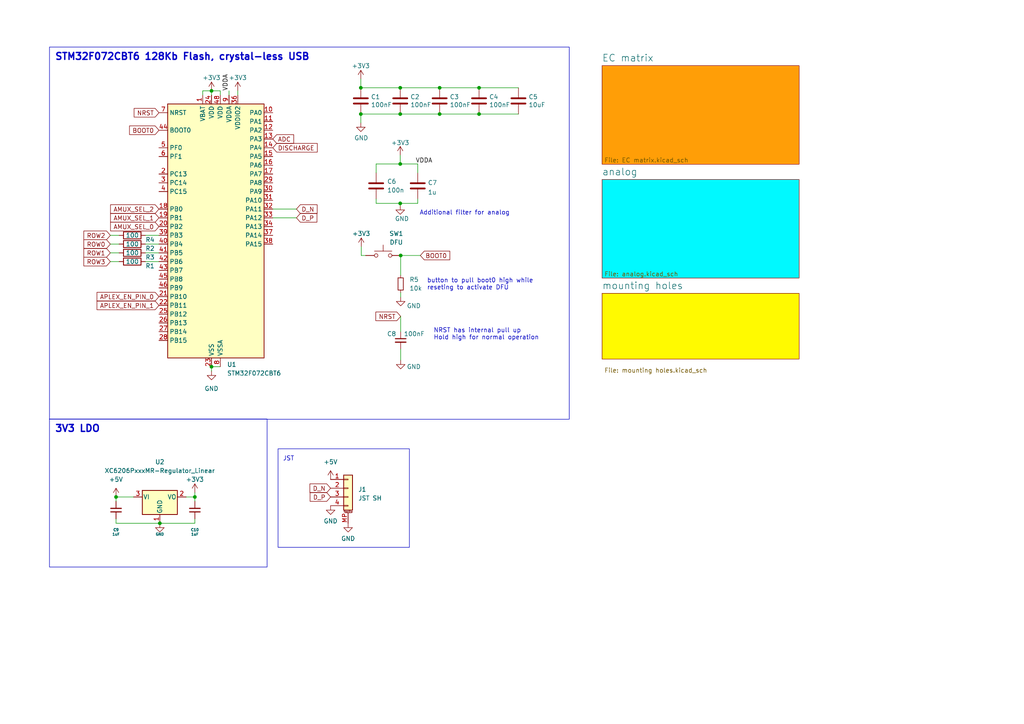
<source format=kicad_sch>
(kicad_sch (version 20230121) (generator eeschema)
  (paper "A4")
  (lib_symbols
    (symbol "Connector_Generic_MountingPin:Conn_01x04_MountingPin" (pin_names (offset 1.016) hide)
      (property "Reference" "J" (at 0 5.08 0))
      (property "Value" "Conn_01x04_MountingPin" (at 1.27 -7.62 0))
      (symbol "Conn_01x04_MountingPin_1_1"
        (rectangle (start -1.27 -4.953) (end 0 -5.207) (stroke (width 0.1524)))
        (rectangle (start -1.27 -2.413) (end 0 -2.667) (stroke (width 0.1524)))
        (rectangle (start -1.27 0.127) (end 0 -0.127) (stroke (width 0.1524)))
        (rectangle (start -1.27 2.667) (end 0 2.413) (stroke (width 0.1524)))
        (rectangle (start -1.27 3.81) (end 1.27 -6.35) (stroke (width 0.254)) (fill (type background)))
        (polyline (pts (xy -1.016 -7.112) (xy 1.016 -7.112)) (stroke (width 0.1524)))
        (text "Mounting" (at 0 -6.731 0) (effects (font (size 0.381 0.381))))
        (pin passive line (at -5.08 2.54 0) (length 3.81) (name "Pin_1") (number "1"))
        (pin passive line (at -5.08 0 0) (length 3.81) (name "Pin_2") (number "2"))
        (pin passive line (at -5.08 -2.54 0) (length 3.81) (name "Pin_3") (number "3"))
        (pin passive line (at -5.08 -5.08 0) (length 3.81) (name "Pin_4") (number "4"))
        (pin passive line (at 0 -10.16 90) (length 3.048) (name "MountPin") (number "MP"))
      )
    )
    (symbol "Device:C" (pin_numbers hide) (pin_names (offset 0.254))
      (property "Reference" "C" (at 0.635 2.54 0))
      (property "Value" "C" (at 0.635 -2.54 0))
      (symbol "C_0_1"
        (polyline (pts (xy -2.032 -0.762) (xy 2.032 -0.762)) (stroke (width 0.508)))
        (polyline (pts (xy -2.032 0.762) (xy 2.032 0.762)) (stroke (width 0.508)))
      )
      (symbol "C_1_1"
        (pin passive line (at 0 3.81 270) (length 2.794) (name "~") (number "1"))
        (pin passive line (at 0 -3.81 90) (length 2.794) (name "~") (number "2"))
      )
    )
    (symbol "Device:C_Small" (pin_numbers hide) (pin_names (offset 0.254) hide)
      (property "Reference" "C" (at 0.254 1.778 0))
      (property "Value" "C_Small" (at 0.254 -2.032 0))
      (symbol "C_Small_0_1"
        (polyline (pts (xy -1.524 -0.508) (xy 1.524 -0.508)) (stroke (width 0.3302)))
        (polyline (pts (xy -1.524 0.508) (xy 1.524 0.508)) (stroke (width 0.3048)))
      )
      (symbol "C_Small_1_1"
        (pin passive line (at 0 2.54 270) (length 2.032) (name "~") (number "1"))
        (pin passive line (at 0 -2.54 90) (length 2.032) (name "~") (number "2"))
      )
    )
    (symbol "Device:R" (pin_numbers hide) (pin_names (offset 0))
      (property "Reference" "R" (at 2.032 0 90))
      (property "Value" "R" (at 0 0 90))
      (symbol "R_0_1"
        (rectangle (start -1.016 -2.54) (end 1.016 2.54) (stroke (width 0.254)))
      )
      (symbol "R_1_1"
        (pin passive line (at 0 3.81 270) (length 1.27) (name "~") (number "1"))
        (pin passive line (at 0 -3.81 90) (length 1.27) (name "~") (number "2"))
      )
    )
    (symbol "Device:R_Small" (pin_numbers hide) (pin_names (offset 0.254) hide)
      (property "Reference" "R" (at 0.762 0.508 0))
      (property "Value" "R_Small" (at 0.762 -1.016 0))
      (symbol "R_Small_0_1"
        (rectangle (start -0.762 1.778) (end 0.762 -1.778) (stroke (width 0.2032)))
      )
      (symbol "R_Small_1_1"
        (pin passive line (at 0 2.54 270) (length 0.762) (name "~") (number "1"))
        (pin passive line (at 0 -2.54 90) (length 0.762) (name "~") (number "2"))
      )
    )
    (symbol "MCU_ST_STM32F0:STM32F072CBTx"
      (property "Reference" "U" (at -12.7 39.37 0))
      (property "Value" "STM32F072CBTx" (at 10.16 39.37 0))
      (symbol "STM32F072CBTx_0_1"
        (rectangle (start -12.7 -35.56) (end 15.24 38.1) (stroke (width 0.254)) (fill (type background)))
      )
      (symbol "STM32F072CBTx_1_1"
        (pin power_in line (at -2.54 40.64 270) (length 2.54) (name "VBAT") (number "1"))
        (pin bidirectional line (at 17.78 35.56 180) (length 2.54) (name "PA0") (number "10"))
        (pin bidirectional line (at 17.78 33.02 180) (length 2.54) (name "PA1") (number "11"))
        (pin bidirectional line (at 17.78 30.48 180) (length 2.54) (name "PA2") (number "12"))
        (pin bidirectional line (at 17.78 27.94 180) (length 2.54) (name "PA3") (number "13"))
        (pin bidirectional line (at 17.78 25.4 180) (length 2.54) (name "PA4") (number "14"))
        (pin bidirectional line (at 17.78 22.86 180) (length 2.54) (name "PA5") (number "15"))
        (pin bidirectional line (at 17.78 20.32 180) (length 2.54) (name "PA6") (number "16"))
        (pin bidirectional line (at 17.78 17.78 180) (length 2.54) (name "PA7") (number "17"))
        (pin bidirectional line (at -15.24 7.62 0) (length 2.54) (name "PB0") (number "18"))
        (pin bidirectional line (at -15.24 5.08 0) (length 2.54) (name "PB1") (number "19"))
        (pin bidirectional line (at -15.24 17.78 0) (length 2.54) (name "PC13") (number "2"))
        (pin bidirectional line (at -15.24 2.54 0) (length 2.54) (name "PB2") (number "20"))
        (pin bidirectional line (at -15.24 -17.78 0) (length 2.54) (name "PB10") (number "21"))
        (pin bidirectional line (at -15.24 -20.32 0) (length 2.54) (name "PB11") (number "22"))
        (pin power_in line (at 0 -38.1 90) (length 2.54) (name "VSS") (number "23"))
        (pin power_in line (at 0 40.64 270) (length 2.54) (name "VDD") (number "24"))
        (pin bidirectional line (at -15.24 -22.86 0) (length 2.54) (name "PB12") (number "25"))
        (pin bidirectional line (at -15.24 -25.4 0) (length 2.54) (name "PB13") (number "26"))
        (pin bidirectional line (at -15.24 -27.94 0) (length 2.54) (name "PB14") (number "27"))
        (pin bidirectional line (at -15.24 -30.48 0) (length 2.54) (name "PB15") (number "28"))
        (pin bidirectional line (at 17.78 15.24 180) (length 2.54) (name "PA8") (number "29"))
        (pin bidirectional line (at -15.24 15.24 0) (length 2.54) (name "PC14") (number "3"))
        (pin bidirectional line (at 17.78 12.7 180) (length 2.54) (name "PA9") (number "30"))
        (pin bidirectional line (at 17.78 10.16 180) (length 2.54) (name "PA10") (number "31"))
        (pin bidirectional line (at 17.78 7.62 180) (length 2.54) (name "PA11") (number "32"))
        (pin bidirectional line (at 17.78 5.08 180) (length 2.54) (name "PA12") (number "33"))
        (pin bidirectional line (at 17.78 2.54 180) (length 2.54) (name "PA13") (number "34"))
        (pin passive line (at 0 -38.1 90) (length 2.54) hide (name "VSS") (number "35"))
        (pin power_in line (at 7.62 40.64 270) (length 2.54) (name "VDDIO2") (number "36"))
        (pin bidirectional line (at 17.78 0 180) (length 2.54) (name "PA14") (number "37"))
        (pin bidirectional line (at 17.78 -2.54 180) (length 2.54) (name "PA15") (number "38"))
        (pin bidirectional line (at -15.24 0 0) (length 2.54) (name "PB3") (number "39"))
        (pin bidirectional line (at -15.24 12.7 0) (length 2.54) (name "PC15") (number "4"))
        (pin bidirectional line (at -15.24 -2.54 0) (length 2.54) (name "PB4") (number "40"))
        (pin bidirectional line (at -15.24 -5.08 0) (length 2.54) (name "PB5") (number "41"))
        (pin bidirectional line (at -15.24 -7.62 0) (length 2.54) (name "PB6") (number "42"))
        (pin bidirectional line (at -15.24 -10.16 0) (length 2.54) (name "PB7") (number "43"))
        (pin input line (at -15.24 30.48 0) (length 2.54) (name "BOOT0") (number "44"))
        (pin bidirectional line (at -15.24 -12.7 0) (length 2.54) (name "PB8") (number "45"))
        (pin bidirectional line (at -15.24 -15.24 0) (length 2.54) (name "PB9") (number "46"))
        (pin passive line (at 0 -38.1 90) (length 2.54) hide (name "VSS") (number "47"))
        (pin power_in line (at 2.54 40.64 270) (length 2.54) (name "VDD") (number "48"))
        (pin bidirectional line (at -15.24 25.4 0) (length 2.54) (name "PF0") (number "5"))
        (pin bidirectional line (at -15.24 22.86 0) (length 2.54) (name "PF1") (number "6"))
        (pin input line (at -15.24 35.56 0) (length 2.54) (name "NRST") (number "7"))
        (pin power_in line (at 2.54 -38.1 90) (length 2.54) (name "VSSA") (number "8"))
        (pin power_in line (at 5.08 40.64 270) (length 2.54) (name "VDDA") (number "9"))
      )
    )
    (symbol "Switch:SW_Push" (pin_numbers hide) (pin_names (offset 1.016) hide)
      (property "Reference" "SW" (at 1.27 2.54 0))
      (property "Value" "SW_Push" (at 0 -1.524 0))
      (symbol "SW_Push_0_1"
        (circle (center -2.032 0) (radius 0.508))
        (polyline (pts (xy 0 1.27) (xy 0 3.048)))
        (polyline (pts (xy 2.54 1.27) (xy -2.54 1.27)))
        (circle (center 2.032 0) (radius 0.508))
        (pin passive line (at -5.08 0 0) (length 2.54) (name "1") (number "1"))
        (pin passive line (at 5.08 0 180) (length 2.54) (name "2") (number "2"))
      )
    )
    (symbol "kicad-keyboard-parts:XC6206PxxxMR-Regulator_Linear" (pin_names (offset 0.254))
      (property "Reference" "U" (at -3.81 3.175 0))
      (property "Value" "XC6206PxxxMR-Regulator_Linear" (at 0 3.175 0))
      (property "LCSC" "C5446" (at 0 0 0))
      (symbol "XC6206PxxxMR-Regulator_Linear_0_1"
        (rectangle (start -5.08 1.905) (end 5.08 -5.08) (stroke (width 0.254)) (fill (type background)))
      )
      (symbol "XC6206PxxxMR-Regulator_Linear_1_1"
        (pin power_in line (at 0 -7.62 90) (length 2.54) (name "GND") (number "1"))
        (pin power_out line (at 7.62 0 180) (length 2.54) (name "VO") (number "2"))
        (pin power_in line (at -7.62 0 0) (length 2.54) (name "VI") (number "3"))
      )
    )
    (symbol "power:+3.3V" (power) (pin_names (offset 0))
      (property "Value" "+3.3V" (at 0 3.556 0))
      (symbol "+3.3V_0_1"
        (polyline (pts (xy -0.762 1.27) (xy 0 2.54)))
        (polyline (pts (xy 0 0) (xy 0 2.54)))
        (polyline (pts (xy 0 2.54) (xy 0.762 1.27)))
      )
      (symbol "+3.3V_1_1"
        (pin power_in line (at 0 0 90) (length 0) hide (name "+3V3") (number "1"))
      )
    )
    (symbol "power:+3V3" (power) (pin_names (offset 0))
      (property "Value" "+3V3" (at 0 3.556 0))
      (symbol "+3V3_0_1"
        (polyline (pts (xy -0.762 1.27) (xy 0 2.54)))
        (polyline (pts (xy 0 0) (xy 0 2.54)))
        (polyline (pts (xy 0 2.54) (xy 0.762 1.27)))
      )
      (symbol "+3V3_1_1"
        (pin power_in line (at 0 0 90) (length 0) hide (name "+3V3") (number "1"))
      )
    )
    (symbol "power:+5V" (power) (pin_names (offset 0))
      (property "Value" "+5V" (at 0 3.556 0))
      (symbol "+5V_0_1"
        (polyline (pts (xy -0.762 1.27) (xy 0 2.54)))
        (polyline (pts (xy 0 0) (xy 0 2.54)))
        (polyline (pts (xy 0 2.54) (xy 0.762 1.27)))
      )
      (symbol "+5V_1_1"
        (pin power_in line (at 0 0 90) (length 0) hide (name "+5V") (number "1"))
      )
    )
    (symbol "power:GND" (power) (pin_names (offset 0))
      (property "Value" "GND" (at 0 -3.81 0))
      (symbol "GND_0_1"
        (polyline (pts (xy 0 0) (xy 0 -1.27) (xy 1.27 -1.27) (xy 0 -2.54) (xy -1.27 -1.27) (xy 0 -1.27)))
      )
      (symbol "GND_1_1"
        (pin power_in line (at 0 0 270) (length 0) hide (name "GND") (number "1"))
      )
    )
  )
  (junction (at 61.3462 26.3489))
  (junction (at 116.2102 74.1009))
  (junction (at 61.3462 106.3589))
  (junction (at 116.0832 25.4599))
  (junction (at 104.6532 33.0799))
  (junction (at 127.5132 33.0799))
  (junction (at 138.9432 33.0799))
  (junction (at 138.9432 25.4599))
  (junction (at 56.515 144.145))
  (junction (at 104.6532 25.4599))
  (junction (at 33.655 144.145) (diameter 0.9144))
  (junction (at 116.0832 47.5579))
  (junction (at 46.355 151.765) (diameter 0.9144))
  (junction (at 127.5132 25.4599))
  (junction (at 116.0832 33.0799))
  (junction (at 116.0832 58.9879))
  (wire (pts (xy 46.355 151.765) (xy 56.515 151.765)))
  (wire (pts (xy 109.0982 47.5579) (xy 116.0832 47.5579)))
  (wire (pts (xy 116.2102 74.1009) (xy 116.2102 79.8159)))
  (wire (pts (xy 61.3462 106.3589) (xy 63.8862 106.3589)))
  (wire (pts (xy 116.2102 91.7539) (xy 116.2102 96.1989)))
  (wire (pts (xy 116.0832 33.0799) (xy 127.5132 33.0799)))
  (wire (pts (xy 66.4262 26.3489) (xy 66.4262 27.6189)))
  (wire (pts (xy 116.0832 58.9879) (xy 121.1632 58.9879)))
  (wire (pts (xy 34.5492 75.8789) (xy 32.0092 75.8789)))
  (wire (pts (xy 46.1062 75.8789) (xy 42.1692 75.8789)))
  (wire (pts (xy 56.515 150.495) (xy 56.515 151.765)))
  (wire (pts (xy 85.9842 60.6389) (xy 79.1262 60.6389)))
  (wire (pts (xy 33.655 144.145) (xy 38.735 144.145)))
  (wire (pts (xy 46.1062 70.7989) (xy 42.1692 70.7989)))
  (wire (pts (xy 61.3462 26.3489) (xy 63.8862 26.3489)))
  (wire (pts (xy 104.6532 22.9199) (xy 104.6532 25.4599)))
  (wire (pts (xy 34.5492 70.7989) (xy 32.0092 70.7989)))
  (wire (pts (xy 61.3462 107.6289) (xy 61.3462 106.3589)))
  (wire (pts (xy 116.0832 58.9879) (xy 116.0832 59.6229)))
  (wire (pts (xy 33.655 150.495) (xy 33.655 151.765)))
  (wire (pts (xy 46.1062 68.2589) (xy 42.1692 68.2589)))
  (wire (pts (xy 104.6532 35.6199) (xy 104.6532 33.0799)))
  (wire (pts (xy 138.9432 33.0799) (xy 150.3732 33.0799)))
  (wire (pts (xy 116.0832 47.5579) (xy 121.1632 47.5579)))
  (wire (pts (xy 116.2102 74.1009) (xy 121.9252 74.1009)))
  (wire (pts (xy 34.5492 68.2589) (xy 32.0092 68.2589)))
  (wire (pts (xy 127.5132 33.0799) (xy 138.9432 33.0799)))
  (wire (pts (xy 56.515 142.875) (xy 56.515 144.145)))
  (wire (pts (xy 104.7802 74.1009) (xy 104.7802 71.5609)))
  (wire (pts (xy 46.1062 73.3389) (xy 42.1692 73.3389)))
  (wire (pts (xy 116.2102 104.4539) (xy 116.2102 101.2789)))
  (wire (pts (xy 116.0832 25.4599) (xy 127.5132 25.4599)))
  (wire (pts (xy 58.8062 26.3489) (xy 61.3462 26.3489)))
  (wire (pts (xy 109.0982 50.0979) (xy 109.0982 47.5579)))
  (wire (pts (xy 56.515 144.145) (xy 56.515 145.415)))
  (wire (pts (xy 58.8062 26.3489) (xy 58.8062 27.6189)))
  (wire (pts (xy 127.5132 25.4599) (xy 138.9432 25.4599)))
  (wire (pts (xy 53.975 144.145) (xy 56.515 144.145)))
  (wire (pts (xy 121.1632 47.5579) (xy 121.1632 50.0979)))
  (wire (pts (xy 46.355 151.765) (xy 33.655 151.765)))
  (wire (pts (xy 109.0982 57.7179) (xy 109.0982 58.9879)))
  (wire (pts (xy 138.9432 25.4599) (xy 150.3732 25.4599)))
  (wire (pts (xy 63.8862 26.3489) (xy 63.8862 27.6189)))
  (wire (pts (xy 106.0502 74.1009) (xy 104.7802 74.1009)))
  (wire (pts (xy 116.0832 25.4599) (xy 104.6532 25.4599)))
  (wire (pts (xy 121.1632 57.7179) (xy 121.1632 58.9879)))
  (wire (pts (xy 61.3462 26.3489) (xy 61.3462 27.6189)))
  (wire (pts (xy 85.9842 63.1789) (xy 79.1262 63.1789)))
  (wire (pts (xy 33.655 144.145) (xy 33.655 145.415)))
  (wire (pts (xy 109.0982 58.9879) (xy 116.0832 58.9879)))
  (wire (pts (xy 116.2102 84.8959) (xy 116.2102 86.1659)))
  (wire (pts (xy 116.0832 33.0799) (xy 104.6532 33.0799)))
  (wire (pts (xy 116.0832 45.0179) (xy 116.0832 47.5579)))
  (wire (pts (xy 68.9662 26.3489) (xy 68.9662 27.6189)))
  (wire (pts (xy 34.5492 73.3389) (xy 32.0092 73.3389)))
  (rectangle (start 80.645 130.175) (end 118.745 158.75))
  (text_box "3V3 LDO" (at 14.351 121.539 0) (size 63.119 42.926) (effects (font (size 2 2) (thickness 0.4) bold) (justify left top)))
  (text_box "STM32F072CBT6 128Kb Flash, crystal-less USB" (at 14.3562 13.6489 0) (size 150.749 107.95) (effects (font (size 2 2) (thickness 0.4) bold) (justify left top)))
  (text "NRST has internal pull up\nHold high for normal operation" (at 125.7352 98.7389 0) (effects (font (size 1.27 1.27)) (justify left bottom)))
  (text "button to pull boot0 high while \nreseting to activate DFU" (at 123.8302 84.2609 0) (effects (font (size 1.27 1.27)) (justify left bottom)))
  (text "JST" (at 82.042 133.858 0) (effects (font (size 1.27 1.27)) (justify left bottom)))
  (text "Additional filter for analog" (at 121.6712 62.5439 0) (effects (font (size 1.27 1.27)) (justify left bottom)))
  (label "VDDA" (at 120.5282 47.5579 0))
  (label "VDDA" (at 66.4262 26.3489 90))
  (global_label "ROW3" (shape input) (at 32.0092 75.8789 180) (property "Intersheetrefs" "${INTERSHEET_REFS}" (effects hide)))
  (global_label "APLEX_EN_PIN_0" (shape input) (at 46.1062 86.0389 180) (property "Intersheetrefs" "${INTERSHEET_REFS}" (effects hide)))
  (global_label "AMUX_SEL_0" (shape input) (at 46.1062 65.7189 180) (property "Intersheetrefs" "${INTERSHEET_REFS}" (effects hide)))
  (global_label "AMUX_SEL_1" (shape input) (at 46.1062 63.1789 180) (property "Intersheetrefs" "${INTERSHEET_REFS}" (effects hide)))
  (global_label "NRST" (shape input) (at 116.2102 91.7539 180) (property "Intersheetrefs" "${INTERSHEET_REFS}" (effects hide)))
  (global_label "AMUX_SEL_2" (shape input) (at 46.1062 60.6389 180) (property "Intersheetrefs" "${INTERSHEET_REFS}" (effects hide)))
  (global_label "D_N" (shape input) (at 95.885 141.605 180) (property "Intersheetrefs" "${INTERSHEET_REFS}" (effects hide)))
  (global_label "NRST" (shape input) (at 46.1062 32.6989 180) (property "Intersheetrefs" "${INTERSHEET_REFS}" (effects hide)))
  (global_label "ADC" (shape input) (at 79.1262 40.3189 0) (property "Intersheetrefs" "${INTERSHEET_REFS}" (effects hide)))
  (global_label "D_N" (shape input) (at 85.9842 60.6389 0) (property "Intersheetrefs" "${INTERSHEET_REFS}" (effects hide)))
  (global_label "BOOT0" (shape input) (at 46.1062 37.7789 180) (property "Intersheetrefs" "${INTERSHEET_REFS}" (effects hide)))
  (global_label "APLEX_EN_PIN_1" (shape input) (at 46.1062 88.5789 180) (property "Intersheetrefs" "${INTERSHEET_REFS}" (effects hide)))
  (global_label "ROW2" (shape input) (at 32.0092 68.2589 180) (property "Intersheetrefs" "${INTERSHEET_REFS}" (effects hide)))
  (global_label "ROW0" (shape input) (at 32.0092 70.7989 180) (property "Intersheetrefs" "${INTERSHEET_REFS}" (effects hide)))
  (global_label "D_P" (shape input) (at 85.9842 63.1789 0) (property "Intersheetrefs" "${INTERSHEET_REFS}" (effects hide)))
  (global_label "ROW1" (shape input) (at 32.0092 73.3389 180) (property "Intersheetrefs" "${INTERSHEET_REFS}" (effects hide)))
  (global_label "BOOT0" (shape input) (at 121.9252 74.1009 0) (property "Intersheetrefs" "${INTERSHEET_REFS}" (effects hide)))
  (global_label "DISCHARGE" (shape input) (at 79.1262 42.8589 0) (property "Intersheetrefs" "${INTERSHEET_REFS}" (effects hide)))
  (global_label "D_P" (shape input) (at 95.885 144.145 180) (property "Intersheetrefs" "${INTERSHEET_REFS}" (effects hide)))
  (symbol (lib_id "Device:R") (at 38.3592 70.7989 270) (mirror x) (unit 1)
    (property "Reference" "R2" (at 42.1692 72.0689 90) (effects (justify left)))
    (property "Value" "100" (at 36.4542 70.7989 90) (effects (justify left)))
    (property "Footprint" "Resistor_SMD:R_0402_1005Metric" (effects hide))
    (property "LCSC" "C25076" (effects hide))
  )
  (symbol (lib_id "Device:R") (at 38.3592 75.8789 270) (mirror x) (unit 1)
    (property "Reference" "R1" (at 42.1692 77.1489 90) (effects (justify left)))
    (property "Value" "100" (at 36.4542 75.8789 90) (effects (justify left)))
    (property "Footprint" "Resistor_SMD:R_0402_1005Metric" (effects hide))
    (property "LCSC" "C25076" (effects hide))
  )
  (symbol (lib_id "power:GND") (at 104.6532 35.6199 0) (unit 1)
    (property "Reference" "#PWR08" (effects hide))
    (property "Value" "GND" (at 104.7802 40.0141 0))
  )
  (symbol (lib_id "Device:R_Small") (at 116.2102 82.3559 0) (unit 1)
    (property "Reference" "R5" (at 118.7502 81.0858 0) (effects (justify left)))
    (property "Value" "10k" (at 118.7502 83.6258 0) (effects (justify left)))
    (property "Footprint" "Resistor_SMD:R_0402_1005Metric" (effects hide))
  )
  (symbol (lib_id "power:+3V3") (at 104.6532 22.9199 0) (unit 1)
    (property "Reference" "#PWR05" (effects hide))
    (property "Value" "+3V3" (at 104.6532 19.1099 0))
  )
  (symbol (lib_id "Device:C") (at 150.3732 29.2699 0) (unit 1)
    (property "Reference" "C5" (at 153.2942 28.1015 0) (effects (justify left)))
    (property "Value" "10uF" (at 153.2942 30.4129 0) (effects (justify left)))
    (property "Footprint" "Capacitor_SMD:C_0603_1608Metric" (effects hide))
  )
  (symbol (lib_id "Device:R") (at 38.3592 68.2589 270) (mirror x) (unit 1)
    (property "Reference" "R4" (at 42.1692 69.5289 90) (effects (justify left)))
    (property "Value" "100" (at 36.4542 68.2589 90) (effects (justify left)))
    (property "Footprint" "Resistor_SMD:R_0402_1005Metric" (effects hide))
    (property "LCSC" "C25076" (effects hide))
  )
  (symbol (lib_id "kicad-keyboard-parts:XC6206PxxxMR-Regulator_Linear") (at 46.355 144.145 0) (unit 1)
    (property "Reference" "U2" (at 46.355 133.985 0))
    (property "Value" "XC6206PxxxMR-Regulator_Linear" (at 46.355 136.525 0))
    (property "Footprint" "Package_TO_SOT_SMD:SOT-23" (effects hide))
    (property "Datasheet" "https://www.torexsemi.com/file/xc6206/XC6206.pdf" (effects hide))
    (property "LCSC" "C5446" (effects hide))
  )
  (symbol (lib_id "power:+3V3") (at 104.7802 71.5609 0) (mirror y) (unit 1)
    (property "Reference" "#PWR011" (effects hide))
    (property "Value" "+3V3" (at 104.7802 67.7509 0))
  )
  (symbol (lib_id "Device:C") (at 138.9432 29.2699 0) (unit 1)
    (property "Reference" "C4" (at 141.8642 28.1015 0) (effects (justify left)))
    (property "Value" "100nF" (at 141.8642 30.4129 0) (effects (justify left)))
    (property "Footprint" "Capacitor_SMD:C_0402_1005Metric" (effects hide))
    (property "LCSC" "C307331" (effects hide))
  )
  (symbol (lib_id "power:+5V") (at 95.885 139.065 0) (unit 1)
    (property "Reference" "#PWR029" (effects hide))
    (property "Value" "+5V" (at 95.885 133.985 0))
  )
  (symbol (lib_id "power:GND") (at 61.3462 107.6289 0) (unit 1)
    (property "Reference" "#PWR014" (effects hide))
    (property "Value" "GND" (at 61.3462 112.7089 0))
  )
  (symbol (lib_id "Device:C") (at 127.5132 29.2699 0) (unit 1)
    (property "Reference" "C3" (at 130.4342 28.1015 0) (effects (justify left)))
    (property "Value" "100nF" (at 130.4342 30.4129 0) (effects (justify left)))
    (property "Footprint" "Capacitor_SMD:C_0402_1005Metric" (effects hide))
    (property "LCSC" "C307331" (effects hide))
  )
  (symbol (lib_id "Device:R") (at 38.3592 73.3389 270) (unit 1)
    (property "Reference" "R3" (at 42.1692 74.6089 90) (effects (justify left)))
    (property "Value" "100" (at 36.4542 73.3389 90) (effects (justify left)))
    (property "Footprint" "Resistor_SMD:R_0402_1005Metric" (effects hide))
    (property "LCSC" "C25076" (effects hide))
  )
  (symbol (lib_id "Device:C") (at 104.6532 29.2699 0) (unit 1)
    (property "Reference" "C1" (at 107.5742 28.1015 0) (effects (justify left)))
    (property "Value" "100nF" (at 107.5742 30.4129 0) (effects (justify left)))
    (property "Footprint" "Capacitor_SMD:C_0402_1005Metric" (effects hide))
    (property "LCSC" "C307331" (effects hide))
  )
  (symbol (lib_id "power:GND") (at 100.965 151.765 0) (unit 1)
    (property "Reference" "#PWR031" (effects hide))
    (property "Value" "GND" (at 100.965 156.2084 0))
  )
  (symbol (lib_id "power:GND") (at 46.355 151.765 0) (unit 1)
    (property "Reference" "#PWR017" (effects hide))
    (property "Value" "GND" (at 46.355 154.94 0) (effects (font (size 0.762 0.762))))
  )
  (symbol (lib_id "power:+3V3") (at 61.3462 26.3489 0) (unit 1)
    (property "Reference" "#PWR06" (effects hide))
    (property "Value" "+3V3" (at 61.3462 22.5389 0))
  )
  (symbol (lib_id "power:+3.3V") (at 116.0832 45.0179 0) (unit 1)
    (property "Reference" "#PWR09" (effects hide))
    (property "Value" "+3.3V" (at 116.0832 41.4134 0))
  )
  (symbol (lib_id "power:+3V3") (at 56.515 142.875 0) (unit 1)
    (property "Reference" "#PWR015" (effects hide))
    (property "Value" "+3V3" (at 56.515 139.065 0))
  )
  (symbol (lib_id "power:GND") (at 116.2102 104.4539 0) (mirror y) (unit 1)
    (property "Reference" "#PWR013" (effects hide))
    (property "Value" "GND" (at 120.0202 106.3589 0))
  )
  (symbol (lib_id "Device:C") (at 121.1632 53.9079 0) (unit 1)
    (property "Reference" "C7" (at 124.0842 52.9994 0) (effects (justify left)))
    (property "Value" "1u" (at 124.0842 55.7745 0) (effects (justify left)))
    (property "Footprint" "Capacitor_SMD:C_0402_1005Metric" (effects hide))
  )
  (symbol (lib_id "Device:C") (at 116.0832 29.2699 0) (unit 1)
    (property "Reference" "C2" (at 119.0042 28.1015 0) (effects (justify left)))
    (property "Value" "100nF" (at 119.0042 30.4129 0) (effects (justify left)))
    (property "Footprint" "Capacitor_SMD:C_0402_1005Metric" (effects hide))
    (property "LCSC" "C307331" (effects hide))
  )
  (symbol (lib_id "power:+3V3") (at 68.9662 26.3489 0) (unit 1)
    (property "Reference" "#PWR07" (effects hide))
    (property "Value" "+3V3" (at 68.9662 22.5389 0))
  )
  (symbol (lib_id "power:GND") (at 116.2102 86.1659 0) (unit 1)
    (property "Reference" "#PWR012" (effects hide))
    (property "Value" "GND" (at 120.0202 88.7059 0))
  )
  (symbol (lib_id "Device:C_Small") (at 56.515 147.955 180) (unit 1)
    (property "Reference" "C10" (at 56.515 153.67 0) (effects (font (size 0.762 0.762))))
    (property "Value" "1uF" (at 56.515 154.94 0) (effects (font (size 0.762 0.762))))
    (property "Footprint" "Capacitor_SMD:C_0402_1005Metric" (effects hide))
    (property "LCSC" "C52923" (effects hide))
  )
  (symbol (lib_id "power:+5V") (at 33.655 144.145 0) (unit 1)
    (property "Reference" "#PWR016" (effects hide))
    (property "Value" "+5V" (at 33.655 139.065 0))
  )
  (symbol (lib_id "Device:C_Small") (at 116.2102 98.7389 0) (mirror y) (unit 1)
    (property "Reference" "C8" (at 114.9402 96.8339 0) (effects (justify left)))
    (property "Value" "100nF" (at 123.1952 96.8339 0) (effects (justify left)))
    (property "Footprint" "Capacitor_SMD:C_0402_1005Metric" (effects hide))
    (property "LCSC" "C307331" (effects hide))
  )
  (symbol (lib_id "Switch:SW_Push") (at 111.1302 74.1009 0) (unit 1) (in_bom no)
    (property "Reference" "SW1" (at 114.9402 67.7509 0))
    (property "Value" "DFU" (at 114.9402 70.2909 0))
    (property "Footprint" "Connector_PinHeader_2.54mm:PinHeader_1x02_P2.54mm_Vertical" (effects hide))
  )
  (symbol (lib_id "Device:C") (at 109.0982 53.9079 0) (unit 1)
    (property "Reference" "C6" (at 112.2732 52.6379 0) (effects (justify left)))
    (property "Value" "100n" (at 112.2732 55.1779 0) (effects (justify left)))
    (property "Footprint" "Capacitor_SMD:C_0402_1005Metric" (effects hide))
  )
  (symbol (lib_id "power:GND") (at 116.0832 59.6229 0) (unit 1)
    (property "Reference" "#PWR010" (effects hide))
    (property "Value" "GND" (at 118.6232 63.4329 0) (effects (justify right)))
  )
  (symbol (lib_id "Connector_Generic_MountingPin:Conn_01x04_MountingPin") (at 100.965 141.605 0) (unit 1)
    (property "Reference" "J1" (at 103.886 141.9605 0) (effects (justify left)))
    (property "Value" "JST SH" (at 103.886 144.5005 0) (effects (justify left)))
    (property "Footprint" "Connector_JST:JST_SH_SM04B-SRSS-TB_1x04-1MP_P1.00mm_Horizontal" (effects hide))
  )
  (symbol (lib_id "power:GND") (at 95.885 146.685 0) (unit 1)
    (property "Reference" "#PWR030" (effects hide))
    (property "Value" "GND" (at 95.885 151.1284 0))
  )
  (symbol (lib_id "MCU_ST_STM32F0:STM32F072CBTx") (at 61.3462 68.2589 0) (unit 1)
    (property "Reference" "U1" (at 65.8421 105.7239 0) (effects (justify left)))
    (property "Value" "STM32F072CBT6" (at 65.8421 108.2639 0) (effects (justify left)))
    (property "Footprint" "Package_QFP:LQFP-48_7x7mm_P0.5mm" (effects hide))
    (property "Datasheet" "https://www.st.com/resource/en/datasheet/stm32f072cb.pdf" (effects hide))
    (property "JlcRotOffset" "90" (effects hide))
  )
  (symbol (lib_id "Device:C_Small") (at 33.655 147.955 180) (unit 1)
    (property "Reference" "C9" (at 33.655 153.67 0) (effects (font (size 0.762 0.762))))
    (property "Value" "1uF" (at 33.655 154.94 0) (effects (font (size 0.762 0.762))))
    (property "Footprint" "Capacitor_SMD:C_0402_1005Metric" (effects hide))
    (property "LCSC" "C52923" (effects hide))
  )
  (sheet (at 174.625 52.07) (size 57.15 28.575) (stroke (width 0.1524)) (fill (color 0 249 255 1.0000))
    (property "Sheetname" "analog" (at 174.625 50.9934 0) (effects (font (size 2 2)) (justify left bottom)))
    (property "Sheetfile" "analog.kicad_sch" (at 175.26 78.74 0) (effects (justify left top)))
  )
  (sheet (at 174.625 85.09) (size 57.15 19.05) (stroke (width 0.1524)) (fill (color 255 250 0 1.0000))
    (property "Sheetname" "mounting holes" (at 174.625 84.0134 0) (effects (font (size 2 2)) (justify left bottom)))
    (property "Sheetfile" "mounting holes.kicad_sch" (at 175.26 106.68 0) (effects (justify left top)))
  )
  (sheet (at 174.625 19.05) (size 57.15 28.575) (stroke (width 0.1524)) (fill (color 255 158 7 1.0000))
    (property "Sheetname" "EC matrix" (at 174.625 17.9734 0) (effects (font (size 2 2)) (justify left bottom)))
    (property "Sheetfile" "EC matrix.kicad_sch" (at 175.26 45.72 0) (effects (justify left top)))
  )
)
</source>
